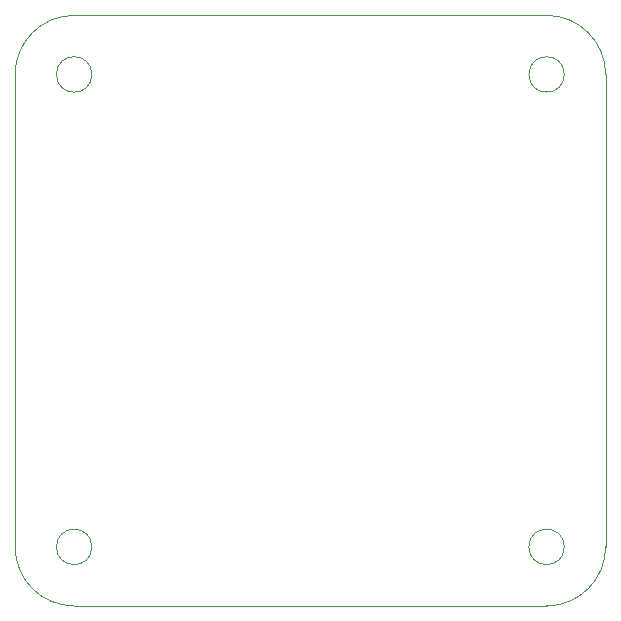
<source format=gbr>
%TF.GenerationSoftware,KiCad,Pcbnew,8.0.1*%
%TF.CreationDate,2024-04-06T15:46:49-07:00*%
%TF.ProjectId,Hardware,48617264-7761-4726-952e-6b696361645f,rev?*%
%TF.SameCoordinates,Original*%
%TF.FileFunction,Profile,NP*%
%FSLAX46Y46*%
G04 Gerber Fmt 4.6, Leading zero omitted, Abs format (unit mm)*
G04 Created by KiCad (PCBNEW 8.0.1) date 2024-04-06 15:46:49*
%MOMM*%
%LPD*%
G01*
G04 APERTURE LIST*
%TA.AperFunction,Profile*%
%ADD10C,0.050000*%
%TD*%
G04 APERTURE END LIST*
D10*
X145000000Y-95000000D02*
X105000000Y-95000000D01*
X150000000Y-50000000D02*
X150000000Y-90000000D01*
X105000000Y-45000000D02*
X145000000Y-45000000D01*
X146500000Y-90000000D02*
G75*
G02*
X143500000Y-90000000I-1500000J0D01*
G01*
X143500000Y-90000000D02*
G75*
G02*
X146500000Y-90000000I1500000J0D01*
G01*
X106500000Y-50000000D02*
G75*
G02*
X103500000Y-50000000I-1500000J0D01*
G01*
X103500000Y-50000000D02*
G75*
G02*
X106500000Y-50000000I1500000J0D01*
G01*
X106500000Y-90000000D02*
G75*
G02*
X103500000Y-90000000I-1500000J0D01*
G01*
X103500000Y-90000000D02*
G75*
G02*
X106500000Y-90000000I1500000J0D01*
G01*
X105000000Y-95000000D02*
G75*
G02*
X100000000Y-90000000I0J5000000D01*
G01*
X150000000Y-90000000D02*
G75*
G02*
X145000000Y-95000000I-5000000J0D01*
G01*
X100000000Y-50000000D02*
G75*
G02*
X105000000Y-45000000I5000000J0D01*
G01*
X146500000Y-50000000D02*
G75*
G02*
X143500000Y-50000000I-1500000J0D01*
G01*
X143500000Y-50000000D02*
G75*
G02*
X146500000Y-50000000I1500000J0D01*
G01*
X100000000Y-50000000D02*
X100000000Y-90000000D01*
X145000000Y-45000000D02*
G75*
G02*
X150000000Y-50000000I0J-5000000D01*
G01*
M02*

</source>
